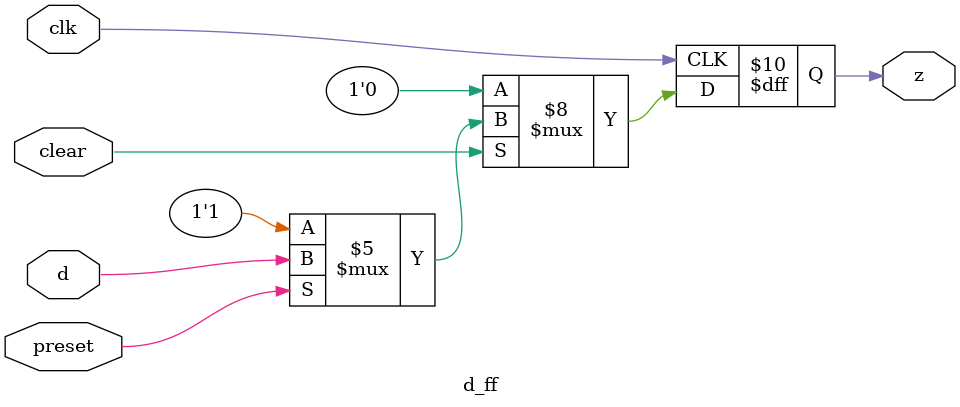
<source format=v>
module d_ff(d,clk,z,preset,clear);
input d,clk,preset,clear;
output reg z;
always@(posedge clk)
begin
if(clear==0)
z<=0;
else if(preset==0)
z<=1;
else
z<=d;
end
endmodule
</source>
